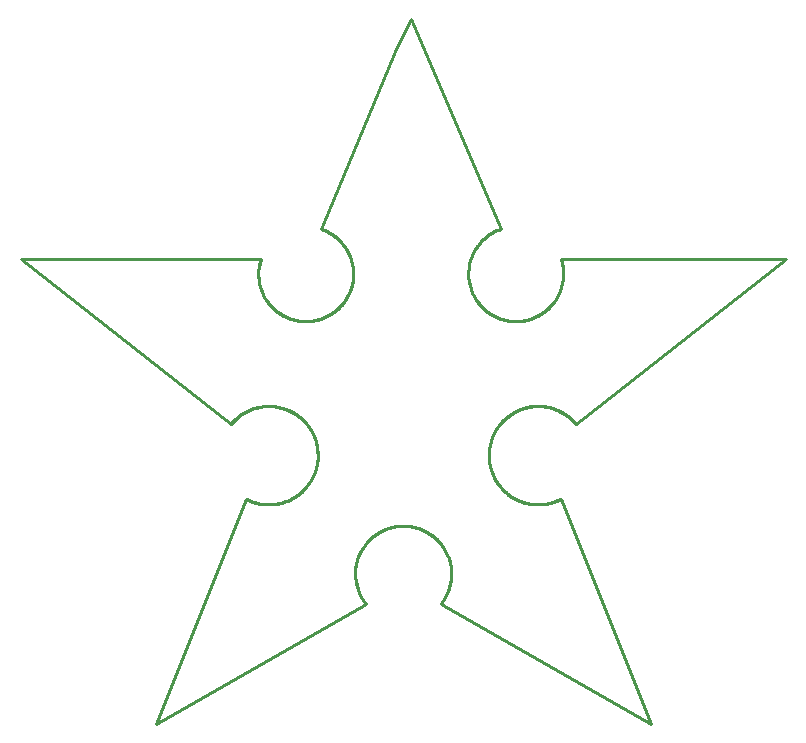
<source format=gko>
G04 EAGLE Gerber RS-274X export*
G75*
%MOMM*%
%FSLAX34Y34*%
%LPD*%
%IN*%
%IPPOS*%
%AMOC8*
5,1,8,0,0,1.08239X$1,22.5*%
G01*
%ADD10C,0.254000*%
%ADD11C,0.254000*%


D10*
X317500Y571500D02*
X254000Y419100D01*
X254926Y418779D01*
X255845Y418435D01*
X256754Y418068D01*
X257655Y417680D01*
X258545Y417270D01*
X259426Y416838D01*
X260295Y416385D01*
X261153Y415911D01*
X262000Y415415D01*
X262834Y414900D01*
X263655Y414364D01*
X264463Y413808D01*
X265257Y413233D01*
X266037Y412638D01*
X266802Y412025D01*
X267552Y411393D01*
X268286Y410743D01*
X269004Y410076D01*
X269706Y409391D01*
X270390Y408689D01*
X271058Y407970D01*
X271707Y407236D01*
X272339Y406485D01*
X272952Y405720D01*
X273546Y404940D01*
X274121Y404146D01*
X274676Y403337D01*
X275211Y402516D01*
X275726Y401682D01*
X276221Y400835D01*
X276695Y399976D01*
X277148Y399107D01*
X277579Y398226D01*
X277989Y397335D01*
X278377Y396435D01*
X278742Y395525D01*
X279086Y394606D01*
X279407Y393680D01*
X279705Y392746D01*
X279980Y391804D01*
X280233Y390857D01*
X280462Y389903D01*
X280667Y388945D01*
X280850Y387981D01*
X281008Y387014D01*
X281143Y386042D01*
X281254Y385068D01*
X281342Y384091D01*
X281405Y383113D01*
X281445Y382133D01*
X281461Y381153D01*
X281452Y380172D01*
X281420Y379192D01*
X281364Y378213D01*
X281284Y377236D01*
X281180Y376261D01*
X281053Y375289D01*
X280902Y374320D01*
X280727Y373355D01*
X280528Y372395D01*
X280306Y371439D01*
X280061Y370490D01*
X279793Y369547D01*
X279502Y368610D01*
X279188Y367682D01*
X278852Y366760D01*
X278493Y365848D01*
X278112Y364944D01*
X277709Y364050D01*
X277284Y363167D01*
X276838Y362293D01*
X276371Y361431D01*
X275883Y360581D01*
X275374Y359743D01*
X274845Y358917D01*
X274296Y358105D01*
X273727Y357306D01*
X273139Y356521D01*
X272532Y355751D01*
X271906Y354996D01*
X271262Y354257D01*
X270600Y353533D01*
X269921Y352826D01*
X269224Y352136D01*
X268511Y351463D01*
X267782Y350807D01*
X267037Y350170D01*
X266277Y349551D01*
X265502Y348950D01*
X264712Y348369D01*
X263908Y347807D01*
X263091Y347265D01*
X262261Y346743D01*
X261418Y346241D01*
X260564Y345761D01*
X259698Y345301D01*
X258821Y344862D01*
X257933Y344445D01*
X257036Y344050D01*
X256129Y343677D01*
X255213Y343326D01*
X254289Y342998D01*
X253358Y342692D01*
X252419Y342409D01*
X251473Y342149D01*
X250522Y341912D01*
X249565Y341699D01*
X248603Y341509D01*
X247637Y341342D01*
X246666Y341199D01*
X245693Y341080D01*
X244717Y340985D01*
X243739Y340913D01*
X242760Y340866D01*
X241780Y340842D01*
X240799Y340842D01*
X239819Y340866D01*
X238839Y340914D01*
X237861Y340986D01*
X236886Y341082D01*
X235912Y341202D01*
X234942Y341345D01*
X233976Y341512D01*
X233014Y341703D01*
X232057Y341917D01*
X231106Y342154D01*
X230161Y342415D01*
X229222Y342698D01*
X228290Y343005D01*
X227367Y343333D01*
X226451Y343685D01*
X225545Y344059D01*
X224647Y344454D01*
X223760Y344872D01*
X222883Y345311D01*
X222017Y345771D01*
X221163Y346252D01*
X220321Y346754D01*
X219491Y347277D01*
X218674Y347819D01*
X217871Y348381D01*
X217081Y348963D01*
X216306Y349564D01*
X215546Y350183D01*
X214802Y350821D01*
X214073Y351477D01*
X213360Y352151D01*
X212664Y352842D01*
X211985Y353549D01*
X211324Y354273D01*
X210680Y355013D01*
X210055Y355768D01*
X209448Y356538D01*
X208860Y357323D01*
X208292Y358122D01*
X207743Y358935D01*
X207215Y359761D01*
X206706Y360599D01*
X206219Y361450D01*
X205752Y362312D01*
X205306Y363186D01*
X204882Y364070D01*
X204479Y364964D01*
X204099Y365868D01*
X203741Y366780D01*
X203405Y367702D01*
X203091Y368631D01*
X202801Y369567D01*
X202533Y370511D01*
X202288Y371460D01*
X202067Y372416D01*
X201869Y373376D01*
X201695Y374341D01*
X201544Y375310D01*
X201417Y376282D01*
X201314Y377257D01*
X201234Y378235D01*
X201179Y379214D01*
X201147Y380194D01*
X201139Y381174D01*
X201156Y382155D01*
X201196Y383134D01*
X201260Y384113D01*
X201348Y385089D01*
X201459Y386064D01*
X201595Y387035D01*
X201754Y388002D01*
X201937Y388966D01*
X202143Y389924D01*
X202373Y390878D01*
X202625Y391825D01*
X202901Y392766D01*
X203200Y393700D01*
X0Y393700D01*
X177800Y254000D01*
X178460Y254775D01*
X179140Y255534D01*
X179838Y256276D01*
X180553Y257000D01*
X181286Y257707D01*
X182037Y258396D01*
X182804Y259066D01*
X183587Y259718D01*
X184386Y260350D01*
X185200Y260962D01*
X186028Y261554D01*
X186871Y262126D01*
X187728Y262677D01*
X188598Y263206D01*
X189481Y263715D01*
X190375Y264201D01*
X191282Y264666D01*
X192199Y265108D01*
X193127Y265528D01*
X194065Y265924D01*
X195013Y266298D01*
X195969Y266649D01*
X196934Y266976D01*
X197906Y267279D01*
X198886Y267558D01*
X199872Y267814D01*
X200864Y268045D01*
X201861Y268252D01*
X202863Y268434D01*
X203869Y268592D01*
X204879Y268725D01*
X205892Y268834D01*
X206907Y268917D01*
X207924Y268976D01*
X208942Y269010D01*
X209960Y269019D01*
X210979Y269003D01*
X211996Y268962D01*
X213013Y268896D01*
X214027Y268806D01*
X215039Y268690D01*
X216048Y268550D01*
X217053Y268385D01*
X218054Y268196D01*
X219050Y267982D01*
X220040Y267744D01*
X221025Y267482D01*
X222002Y267196D01*
X222972Y266886D01*
X223935Y266552D01*
X224889Y266195D01*
X225833Y265815D01*
X226769Y265412D01*
X227694Y264986D01*
X228608Y264537D01*
X229512Y264067D01*
X230403Y263574D01*
X231282Y263059D01*
X232148Y262524D01*
X233001Y261967D01*
X233840Y261389D01*
X234665Y260792D01*
X235475Y260174D01*
X236269Y259536D01*
X237048Y258880D01*
X237810Y258204D01*
X238556Y257510D01*
X239284Y256798D01*
X239995Y256069D01*
X240687Y255322D01*
X241361Y254558D01*
X242017Y253779D01*
X242653Y252983D01*
X243269Y252172D01*
X243866Y251347D01*
X244442Y250507D01*
X244997Y249653D01*
X245531Y248785D01*
X246044Y247905D01*
X246535Y247013D01*
X247004Y246109D01*
X247451Y245194D01*
X247876Y244268D01*
X248277Y243332D01*
X248656Y242386D01*
X249011Y241432D01*
X249343Y240469D01*
X249651Y239498D01*
X249936Y238520D01*
X250196Y237535D01*
X250433Y236545D01*
X250644Y235548D01*
X250832Y234547D01*
X250995Y233542D01*
X251133Y232533D01*
X251247Y231521D01*
X251336Y230506D01*
X251400Y229489D01*
X251439Y228472D01*
X251453Y227453D01*
X251442Y226435D01*
X251407Y225417D01*
X251346Y224400D01*
X251261Y223385D01*
X251150Y222373D01*
X251016Y221363D01*
X250856Y220357D01*
X250672Y219355D01*
X250463Y218358D01*
X250230Y217367D01*
X249973Y216381D01*
X249692Y215402D01*
X249387Y214430D01*
X249058Y213466D01*
X248706Y212511D01*
X248331Y211564D01*
X247932Y210627D01*
X247511Y209699D01*
X247067Y208782D01*
X246601Y207877D01*
X246113Y206983D01*
X245603Y206101D01*
X245072Y205232D01*
X244519Y204376D01*
X243946Y203534D01*
X243353Y202707D01*
X242739Y201894D01*
X242106Y201096D01*
X241453Y200314D01*
X240781Y199548D01*
X240091Y198799D01*
X239383Y198067D01*
X238657Y197353D01*
X237914Y196656D01*
X237154Y195978D01*
X236377Y195319D01*
X235585Y194679D01*
X234778Y194058D01*
X233955Y193458D01*
X233118Y192878D01*
X232267Y192318D01*
X231402Y191779D01*
X230525Y191262D01*
X229635Y190766D01*
X228734Y190292D01*
X227821Y189841D01*
X226897Y189412D01*
X225963Y189005D01*
X225019Y188622D01*
X224067Y188261D01*
X223105Y187925D01*
X222136Y187611D01*
X221160Y187322D01*
X220176Y187056D01*
X219187Y186815D01*
X218192Y186598D01*
X217192Y186405D01*
X216187Y186237D01*
X215179Y186094D01*
X214167Y185975D01*
X213153Y185881D01*
X212137Y185812D01*
X211119Y185767D01*
X210101Y185748D01*
X209082Y185753D01*
X208064Y185784D01*
X207047Y185839D01*
X206032Y185919D01*
X205019Y186024D01*
X204008Y186154D01*
X203002Y186309D01*
X201999Y186488D01*
X201001Y186691D01*
X200008Y186919D01*
X199021Y187171D01*
X198041Y187447D01*
X197068Y187747D01*
X196102Y188071D01*
X195144Y188418D01*
X194196Y188789D01*
X193256Y189182D01*
X192327Y189599D01*
X191408Y190038D01*
X190500Y190499D01*
X190500Y190500D02*
X114300Y0D01*
X292100Y101600D01*
X291486Y102387D01*
X290892Y103188D01*
X290318Y104004D01*
X289763Y104834D01*
X289230Y105677D01*
X288717Y106533D01*
X288225Y107401D01*
X287755Y108281D01*
X287307Y109173D01*
X286880Y110075D01*
X286476Y110987D01*
X286094Y111909D01*
X285735Y112840D01*
X285399Y113780D01*
X285086Y114727D01*
X284797Y115682D01*
X284531Y116644D01*
X284289Y117612D01*
X284070Y118585D01*
X283876Y119564D01*
X283705Y120547D01*
X283559Y121534D01*
X283437Y122525D01*
X283339Y123518D01*
X283266Y124513D01*
X283217Y125510D01*
X283193Y126507D01*
X283193Y127505D01*
X283218Y128502D01*
X283267Y129499D01*
X283340Y130494D01*
X283438Y131487D01*
X283561Y132477D01*
X283707Y133464D01*
X283878Y134448D01*
X284073Y135426D01*
X284291Y136400D01*
X284534Y137368D01*
X284800Y138329D01*
X285090Y139284D01*
X285403Y140232D01*
X285739Y141171D01*
X286099Y142102D01*
X286481Y143024D01*
X286885Y143936D01*
X287312Y144838D01*
X287760Y145729D01*
X288231Y146609D01*
X288723Y147477D01*
X289236Y148333D01*
X289770Y149176D01*
X290324Y150006D01*
X290899Y150821D01*
X291493Y151623D01*
X292107Y152409D01*
X292740Y153181D01*
X293392Y153936D01*
X294062Y154676D01*
X294751Y155398D01*
X295456Y156104D01*
X296179Y156792D01*
X296918Y157462D01*
X297674Y158113D01*
X298445Y158746D01*
X299232Y159360D01*
X300033Y159955D01*
X300849Y160529D01*
X301679Y161083D01*
X302522Y161617D01*
X303378Y162130D01*
X304246Y162622D01*
X305126Y163092D01*
X306017Y163541D01*
X306919Y163967D01*
X307832Y164372D01*
X308754Y164754D01*
X309685Y165113D01*
X310624Y165449D01*
X311572Y165762D01*
X312526Y166051D01*
X313488Y166318D01*
X314456Y166560D01*
X315430Y166779D01*
X316408Y166973D01*
X317391Y167144D01*
X318378Y167290D01*
X319369Y167412D01*
X320362Y167510D01*
X321357Y167583D01*
X322354Y167632D01*
X323351Y167657D01*
X324349Y167657D01*
X325346Y167632D01*
X326343Y167583D01*
X327338Y167510D01*
X328331Y167412D01*
X329322Y167290D01*
X330309Y167144D01*
X331292Y166973D01*
X332270Y166779D01*
X333244Y166560D01*
X334212Y166318D01*
X335174Y166051D01*
X336128Y165762D01*
X337076Y165449D01*
X338015Y165113D01*
X338946Y164754D01*
X339868Y164372D01*
X340781Y163967D01*
X341683Y163541D01*
X342574Y163092D01*
X343454Y162622D01*
X344322Y162130D01*
X345178Y161617D01*
X346021Y161083D01*
X346851Y160529D01*
X347667Y159955D01*
X348468Y159360D01*
X349255Y158746D01*
X350026Y158113D01*
X350782Y157462D01*
X351521Y156792D01*
X352244Y156104D01*
X352949Y155398D01*
X353638Y154676D01*
X354308Y153936D01*
X354960Y153181D01*
X355593Y152409D01*
X356207Y151623D01*
X356801Y150821D01*
X357376Y150006D01*
X357930Y149176D01*
X358464Y148333D01*
X358977Y147477D01*
X359469Y146609D01*
X359940Y145729D01*
X360388Y144838D01*
X360815Y143936D01*
X361219Y143024D01*
X361601Y142102D01*
X361961Y141171D01*
X362297Y140232D01*
X362610Y139284D01*
X362900Y138329D01*
X363166Y137368D01*
X363409Y136400D01*
X363627Y135426D01*
X363822Y134448D01*
X363993Y133464D01*
X364139Y132477D01*
X364262Y131487D01*
X364360Y130494D01*
X364433Y129499D01*
X364482Y128502D01*
X364507Y127505D01*
X364507Y126507D01*
X364483Y125510D01*
X364434Y124513D01*
X364361Y123518D01*
X364263Y122525D01*
X364141Y121534D01*
X363995Y120547D01*
X363824Y119564D01*
X363630Y118585D01*
X363411Y117612D01*
X363169Y116644D01*
X362903Y115682D01*
X362614Y114727D01*
X362301Y113780D01*
X361965Y112840D01*
X361606Y111909D01*
X361224Y110987D01*
X360820Y110075D01*
X360393Y109173D01*
X359945Y108281D01*
X359475Y107401D01*
X358983Y106533D01*
X358470Y105677D01*
X357937Y104834D01*
X357382Y104004D01*
X356808Y103188D01*
X356214Y102387D01*
X355600Y101600D01*
X533400Y0D01*
X457200Y190500D01*
X457200Y190499D02*
X456292Y190038D01*
X455373Y189599D01*
X454444Y189182D01*
X453504Y188789D01*
X452556Y188418D01*
X451598Y188071D01*
X450632Y187747D01*
X449659Y187447D01*
X448679Y187171D01*
X447692Y186919D01*
X446699Y186691D01*
X445701Y186488D01*
X444698Y186309D01*
X443692Y186154D01*
X442681Y186024D01*
X441668Y185919D01*
X440653Y185839D01*
X439636Y185784D01*
X438618Y185753D01*
X437599Y185748D01*
X436581Y185767D01*
X435563Y185812D01*
X434547Y185881D01*
X433533Y185975D01*
X432521Y186094D01*
X431513Y186237D01*
X430508Y186405D01*
X429508Y186598D01*
X428513Y186815D01*
X427524Y187056D01*
X426540Y187322D01*
X425564Y187611D01*
X424595Y187925D01*
X423633Y188261D01*
X422681Y188622D01*
X421737Y189005D01*
X420803Y189412D01*
X419879Y189841D01*
X418966Y190292D01*
X418065Y190766D01*
X417175Y191262D01*
X416298Y191779D01*
X415433Y192318D01*
X414582Y192878D01*
X413745Y193458D01*
X412922Y194058D01*
X412115Y194679D01*
X411323Y195319D01*
X410546Y195978D01*
X409786Y196656D01*
X409043Y197353D01*
X408317Y198067D01*
X407609Y198799D01*
X406919Y199548D01*
X406247Y200314D01*
X405594Y201096D01*
X404961Y201894D01*
X404347Y202707D01*
X403754Y203534D01*
X403181Y204376D01*
X402628Y205232D01*
X402097Y206101D01*
X401587Y206983D01*
X401099Y207877D01*
X400633Y208782D01*
X400189Y209699D01*
X399768Y210627D01*
X399369Y211564D01*
X398994Y212511D01*
X398642Y213466D01*
X398313Y214430D01*
X398008Y215402D01*
X397727Y216381D01*
X397470Y217367D01*
X397237Y218358D01*
X397028Y219355D01*
X396844Y220357D01*
X396684Y221363D01*
X396550Y222373D01*
X396439Y223385D01*
X396354Y224400D01*
X396293Y225417D01*
X396258Y226435D01*
X396247Y227453D01*
X396261Y228472D01*
X396300Y229489D01*
X396364Y230506D01*
X396453Y231521D01*
X396567Y232533D01*
X396705Y233542D01*
X396868Y234547D01*
X397056Y235548D01*
X397267Y236545D01*
X397504Y237535D01*
X397764Y238520D01*
X398049Y239498D01*
X398357Y240469D01*
X398689Y241432D01*
X399044Y242386D01*
X399423Y243332D01*
X399824Y244268D01*
X400249Y245194D01*
X400696Y246109D01*
X401165Y247013D01*
X401656Y247905D01*
X402169Y248785D01*
X402703Y249653D01*
X403258Y250507D01*
X403834Y251347D01*
X404431Y252172D01*
X405047Y252983D01*
X405683Y253779D01*
X406339Y254558D01*
X407013Y255322D01*
X407705Y256069D01*
X408416Y256798D01*
X409144Y257510D01*
X409890Y258204D01*
X410652Y258880D01*
X411431Y259536D01*
X412225Y260174D01*
X413035Y260792D01*
X413860Y261389D01*
X414699Y261967D01*
X415552Y262524D01*
X416418Y263059D01*
X417297Y263574D01*
X418188Y264067D01*
X419092Y264537D01*
X420006Y264986D01*
X420931Y265412D01*
X421867Y265815D01*
X422811Y266195D01*
X423765Y266552D01*
X424728Y266886D01*
X425698Y267196D01*
X426675Y267482D01*
X427660Y267744D01*
X428650Y267982D01*
X429646Y268196D01*
X430647Y268385D01*
X431652Y268550D01*
X432661Y268690D01*
X433673Y268806D01*
X434687Y268896D01*
X435704Y268962D01*
X436721Y269003D01*
X437740Y269019D01*
X438758Y269010D01*
X439776Y268976D01*
X440793Y268917D01*
X441808Y268834D01*
X442821Y268725D01*
X443831Y268592D01*
X444837Y268434D01*
X445839Y268252D01*
X446836Y268045D01*
X447828Y267814D01*
X448814Y267558D01*
X449794Y267279D01*
X450766Y266976D01*
X451731Y266649D01*
X452687Y266298D01*
X453635Y265924D01*
X454573Y265528D01*
X455501Y265108D01*
X456418Y264666D01*
X457325Y264201D01*
X458219Y263715D01*
X459102Y263206D01*
X459972Y262677D01*
X460829Y262126D01*
X461672Y261554D01*
X462500Y260962D01*
X463314Y260350D01*
X464113Y259718D01*
X464896Y259066D01*
X465663Y258396D01*
X466414Y257707D01*
X467147Y257000D01*
X467862Y256276D01*
X468560Y255534D01*
X469240Y254775D01*
X469900Y254000D01*
X647700Y393700D01*
X457200Y393700D01*
X457499Y392766D01*
X457775Y391825D01*
X458027Y390878D01*
X458257Y389924D01*
X458463Y388966D01*
X458646Y388002D01*
X458805Y387035D01*
X458941Y386064D01*
X459052Y385089D01*
X459140Y384113D01*
X459204Y383134D01*
X459244Y382155D01*
X459261Y381174D01*
X459253Y380194D01*
X459221Y379214D01*
X459166Y378235D01*
X459086Y377257D01*
X458983Y376282D01*
X458856Y375310D01*
X458705Y374341D01*
X458531Y373376D01*
X458333Y372416D01*
X458112Y371460D01*
X457867Y370511D01*
X457599Y369567D01*
X457309Y368631D01*
X456995Y367702D01*
X456659Y366780D01*
X456301Y365868D01*
X455921Y364964D01*
X455518Y364070D01*
X455094Y363186D01*
X454648Y362312D01*
X454181Y361450D01*
X453694Y360599D01*
X453185Y359761D01*
X452657Y358935D01*
X452108Y358122D01*
X451540Y357323D01*
X450952Y356538D01*
X450345Y355768D01*
X449720Y355013D01*
X449076Y354273D01*
X448415Y353549D01*
X447736Y352842D01*
X447040Y352151D01*
X446327Y351477D01*
X445598Y350821D01*
X444854Y350183D01*
X444094Y349564D01*
X443319Y348963D01*
X442529Y348381D01*
X441726Y347819D01*
X440909Y347277D01*
X440079Y346754D01*
X439237Y346252D01*
X438383Y345771D01*
X437517Y345311D01*
X436640Y344872D01*
X435753Y344454D01*
X434855Y344059D01*
X433949Y343685D01*
X433033Y343333D01*
X432110Y343005D01*
X431178Y342698D01*
X430239Y342415D01*
X429294Y342154D01*
X428343Y341917D01*
X427386Y341703D01*
X426424Y341512D01*
X425458Y341345D01*
X424488Y341202D01*
X423514Y341082D01*
X422539Y340986D01*
X421561Y340914D01*
X420581Y340866D01*
X419601Y340842D01*
X418620Y340842D01*
X417640Y340866D01*
X416661Y340913D01*
X415683Y340985D01*
X414707Y341080D01*
X413734Y341199D01*
X412763Y341342D01*
X411797Y341509D01*
X410835Y341699D01*
X409878Y341912D01*
X408927Y342149D01*
X407981Y342409D01*
X407042Y342692D01*
X406111Y342998D01*
X405187Y343326D01*
X404271Y343677D01*
X403364Y344050D01*
X402467Y344445D01*
X401579Y344862D01*
X400702Y345301D01*
X399836Y345761D01*
X398982Y346241D01*
X398139Y346743D01*
X397309Y347265D01*
X396492Y347807D01*
X395688Y348369D01*
X394898Y348950D01*
X394123Y349551D01*
X393363Y350170D01*
X392618Y350807D01*
X391889Y351463D01*
X391176Y352136D01*
X390479Y352826D01*
X389800Y353533D01*
X389138Y354257D01*
X388494Y354996D01*
X387868Y355751D01*
X387261Y356521D01*
X386673Y357306D01*
X386104Y358105D01*
X385555Y358917D01*
X385026Y359743D01*
X384517Y360581D01*
X384029Y361431D01*
X383562Y362293D01*
X383116Y363167D01*
X382691Y364050D01*
X382288Y364944D01*
X381907Y365848D01*
X381548Y366760D01*
X381212Y367682D01*
X380898Y368610D01*
X380607Y369547D01*
X380339Y370490D01*
X380094Y371439D01*
X379872Y372395D01*
X379673Y373355D01*
X379498Y374320D01*
X379347Y375289D01*
X379220Y376261D01*
X379116Y377236D01*
X379036Y378213D01*
X378980Y379192D01*
X378948Y380172D01*
X378939Y381153D01*
X378955Y382133D01*
X378995Y383113D01*
X379058Y384091D01*
X379146Y385068D01*
X379257Y386042D01*
X379392Y387014D01*
X379550Y387981D01*
X379733Y388945D01*
X379938Y389903D01*
X380167Y390857D01*
X380420Y391804D01*
X380695Y392746D01*
X380993Y393680D01*
X381314Y394606D01*
X381658Y395525D01*
X382023Y396435D01*
X382411Y397335D01*
X382821Y398226D01*
X383252Y399107D01*
X383705Y399976D01*
X384179Y400835D01*
X384674Y401682D01*
X385189Y402516D01*
X385724Y403337D01*
X386279Y404146D01*
X386854Y404940D01*
X387448Y405720D01*
X388061Y406485D01*
X388693Y407236D01*
X389342Y407970D01*
X390010Y408689D01*
X390694Y409391D01*
X391396Y410076D01*
X392114Y410743D01*
X392848Y411393D01*
X393598Y412025D01*
X394363Y412638D01*
X395143Y413233D01*
X395937Y413808D01*
X396745Y414364D01*
X397566Y414900D01*
X398400Y415415D01*
X399247Y415911D01*
X400105Y416385D01*
X400974Y416838D01*
X401855Y417270D01*
X402745Y417680D01*
X403646Y418068D01*
X404555Y418435D01*
X405474Y418779D01*
X406400Y419100D01*
X330200Y596900D01*
X317500Y571500D01*
D11*
X0Y393700D02*
X177800Y254000D01*
X180242Y256689D01*
X182908Y259155D01*
X185780Y261380D01*
X188834Y263345D01*
X192048Y265037D01*
X195398Y266443D01*
X198857Y267551D01*
X202399Y268353D01*
X205998Y268844D01*
X209626Y269019D01*
X213256Y268877D01*
X216859Y268419D01*
X220409Y267650D01*
X223878Y266573D01*
X227240Y265199D01*
X230470Y263536D01*
X233542Y261599D01*
X236434Y259401D01*
X239123Y256959D01*
X241589Y254292D01*
X243813Y251421D01*
X245779Y248366D01*
X247471Y245152D01*
X248876Y241803D01*
X249985Y238344D01*
X250787Y234801D01*
X251278Y231202D01*
X251453Y227574D01*
X251311Y223945D01*
X250853Y220341D01*
X250083Y216792D01*
X249007Y213323D01*
X247632Y209960D01*
X245970Y206731D01*
X244032Y203659D01*
X241834Y200767D01*
X239393Y198078D01*
X236726Y195612D01*
X233855Y193387D01*
X230800Y191422D01*
X227586Y189730D01*
X224237Y188324D01*
X220778Y187216D01*
X217235Y186414D01*
X213636Y185923D01*
X210008Y185748D01*
X206378Y185890D01*
X202775Y186347D01*
X199225Y187117D01*
X195756Y188194D01*
X192394Y189568D01*
X190500Y190500D01*
X114300Y0D01*
X292100Y101600D01*
X290007Y104464D01*
X288172Y107499D01*
X286608Y110683D01*
X285327Y113991D01*
X284340Y117398D01*
X283654Y120878D01*
X283273Y124405D01*
X283201Y127951D01*
X283439Y131490D01*
X283984Y134995D01*
X284833Y138439D01*
X285978Y141796D01*
X287412Y145041D01*
X289123Y148148D01*
X291098Y151094D01*
X293323Y153857D01*
X295779Y156415D01*
X298450Y158750D01*
X301314Y160843D01*
X304349Y162678D01*
X307533Y164242D01*
X310841Y165523D01*
X314248Y166510D01*
X317728Y167196D01*
X321255Y167577D01*
X324801Y167649D01*
X328340Y167411D01*
X331845Y166866D01*
X335289Y166018D01*
X338646Y164872D01*
X341891Y163438D01*
X344998Y161727D01*
X347944Y159752D01*
X350707Y157527D01*
X353265Y155071D01*
X355600Y152400D01*
X357693Y149536D01*
X359528Y146501D01*
X361092Y143317D01*
X362373Y140009D01*
X363360Y136602D01*
X364046Y133122D01*
X364427Y129595D01*
X364499Y126049D01*
X364261Y122510D01*
X363716Y119005D01*
X362868Y115561D01*
X361722Y112204D01*
X360288Y108959D01*
X358577Y105852D01*
X356602Y102906D01*
X355600Y101600D01*
X533400Y0D01*
X457200Y190500D01*
X453912Y188957D01*
X450502Y187706D01*
X446996Y186757D01*
X443420Y186117D01*
X439803Y185792D01*
X436170Y185783D01*
X432551Y186090D01*
X428972Y186712D01*
X425462Y187644D01*
X422045Y188877D01*
X418750Y190404D01*
X415599Y192213D01*
X412619Y194288D01*
X409831Y196616D01*
X407256Y199178D01*
X404914Y201955D01*
X402823Y204925D01*
X400999Y208066D01*
X399456Y211354D01*
X398205Y214764D01*
X397256Y218271D01*
X396617Y221846D01*
X396291Y225464D01*
X396282Y229096D01*
X396590Y232715D01*
X397212Y236294D01*
X398143Y239805D01*
X399377Y243221D01*
X400904Y246517D01*
X402712Y249667D01*
X404788Y252647D01*
X407116Y255436D01*
X409678Y258010D01*
X412454Y260352D01*
X415424Y262443D01*
X418566Y264267D01*
X421854Y265810D01*
X425264Y267061D01*
X428770Y268010D01*
X432345Y268649D01*
X435963Y268975D01*
X439595Y268984D01*
X443215Y268676D01*
X446793Y268055D01*
X450304Y267123D01*
X453720Y265890D01*
X457016Y264363D01*
X460166Y262554D01*
X463147Y260478D01*
X465935Y258151D01*
X468510Y255589D01*
X469900Y254000D01*
X647700Y393700D01*
X457200Y393700D01*
X458162Y390331D01*
X458827Y386891D01*
X459189Y383406D01*
X459246Y379903D01*
X458998Y376408D01*
X458446Y372949D01*
X457594Y369550D01*
X456450Y366239D01*
X455021Y363040D01*
X453319Y359977D01*
X451357Y357075D01*
X449149Y354354D01*
X446712Y351837D01*
X444065Y349541D01*
X441228Y347485D01*
X438223Y345684D01*
X435072Y344152D01*
X431800Y342900D01*
X428431Y341938D01*
X424991Y341274D01*
X421506Y340911D01*
X418003Y340854D01*
X414508Y341102D01*
X411049Y341654D01*
X407650Y342506D01*
X404339Y343650D01*
X401140Y345079D01*
X398077Y346781D01*
X395175Y348744D01*
X392454Y350951D01*
X389937Y353388D01*
X387641Y356035D01*
X385585Y358872D01*
X383784Y361877D01*
X382252Y365028D01*
X381000Y368300D01*
X380038Y371669D01*
X379374Y375109D01*
X379011Y378594D01*
X378954Y382097D01*
X379202Y385592D01*
X379754Y389051D01*
X380606Y392450D01*
X381750Y395761D01*
X383179Y398961D01*
X384881Y402023D01*
X386844Y404925D01*
X389051Y407646D01*
X391488Y410163D01*
X394135Y412459D01*
X396972Y414515D01*
X399977Y416316D01*
X403128Y417848D01*
X406400Y419100D01*
X330200Y596900D01*
X317500Y571500D01*
X254000Y419100D01*
X257272Y417848D01*
X260423Y416316D01*
X263428Y414515D01*
X266265Y412459D01*
X268912Y410163D01*
X271349Y407646D01*
X273557Y404925D01*
X275519Y402023D01*
X277221Y398961D01*
X278650Y395761D01*
X279794Y392450D01*
X280646Y389051D01*
X281198Y385592D01*
X281446Y382097D01*
X281389Y378594D01*
X281027Y375109D01*
X280362Y371669D01*
X279400Y368300D01*
X278148Y365028D01*
X276616Y361877D01*
X274815Y358872D01*
X272759Y356035D01*
X270463Y353388D01*
X267946Y350951D01*
X265225Y348744D01*
X262323Y346781D01*
X259261Y345079D01*
X256061Y343650D01*
X252750Y342506D01*
X249351Y341654D01*
X245892Y341102D01*
X242397Y340854D01*
X238894Y340911D01*
X235409Y341274D01*
X231969Y341938D01*
X228600Y342900D01*
X225328Y344152D01*
X222177Y345684D01*
X219172Y347485D01*
X216335Y349541D01*
X213688Y351837D01*
X211251Y354354D01*
X209044Y357075D01*
X207081Y359977D01*
X205379Y363040D01*
X203950Y366239D01*
X202806Y369550D01*
X201954Y372949D01*
X201402Y376408D01*
X201154Y379903D01*
X201211Y383406D01*
X201574Y386891D01*
X202238Y390331D01*
X203200Y393700D01*
X0Y393700D01*
M02*

</source>
